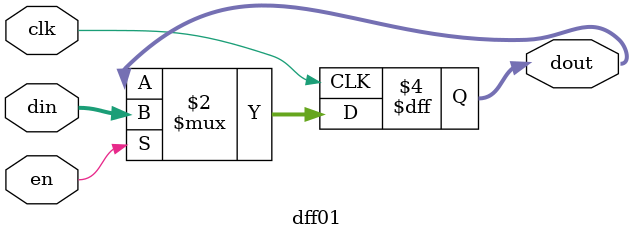
<source format=v>
module dff01 (input clk,
	      input en,
	      input [7:0]      din,
	      output reg [7:0] dout);
   always @(posedge clk)
     if (en)
       dout <= din;
endmodule

</source>
